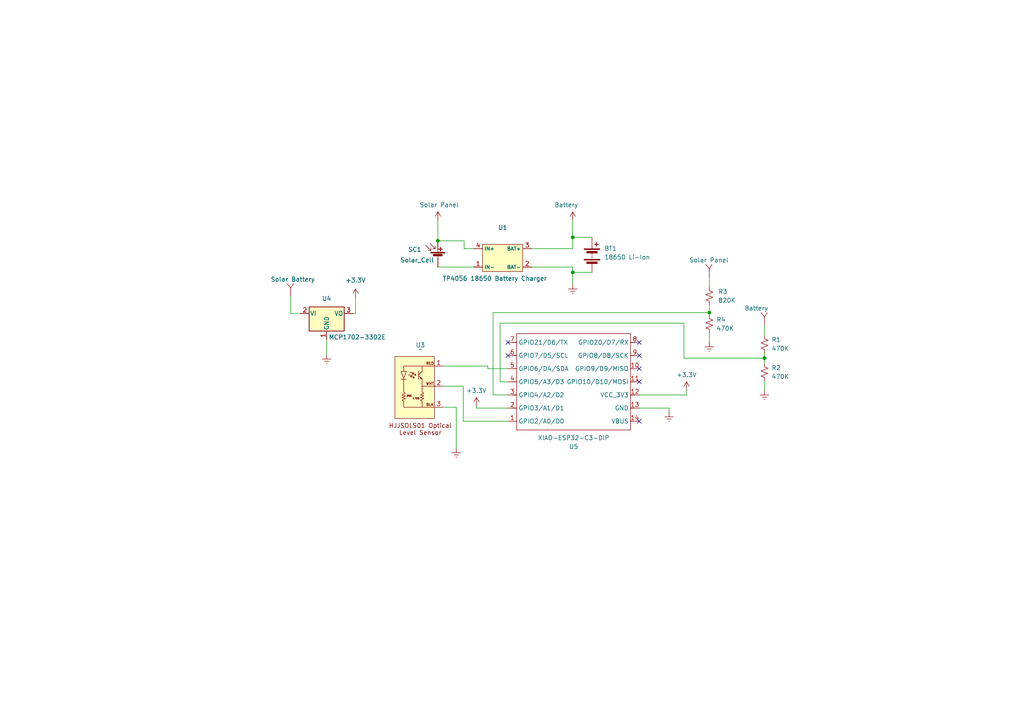
<source format=kicad_sch>
(kicad_sch (version 20231120) (generator "eeschema") (generator_version "8.0")
  (paper "A4")
  (title_block (title "Rain Sensor") (date "2025-10-07") (rev "0.1") (company "David E. Powell"))
  (lib_symbols
    (symbol "+3.3V_1" (power) (pin_names (offset 0))
      (property "Value" "Solar Battery" (at -5.334 4.572 0))
      (symbol "+3.3V_1_0_1"
        (polyline (pts (xy -1.016 3.81) (xy 0 2.54)))
        (polyline (pts (xy 0 0) (xy 0 2.54)))
        (polyline (pts (xy 0 2.54) (xy 0.762 3.81)))
      )
      (symbol "+3.3V_1_1_1"
        (pin power_in line (at 0 0 90) (length 0) hide (name "Solar_Battery") (number "1"))
      )
    )
    (symbol "+3.3V_2" (power) (pin_names (offset 0))
      (property "Value" "Solar Battery" (at -5.334 4.572 0))
      (symbol "+3.3V_2_0_1"
        (polyline (pts (xy -0.762 1.27) (xy 0 2.54)))
        (polyline (pts (xy 0 0) (xy 0 2.54)))
        (polyline (pts (xy 0 2.54) (xy 0.762 1.27)))
      )
      (symbol "+3.3V_2_1_1"
        (pin power_out line (at 0 0 90) (length 0) hide (name "Solar_Battery") (number "1"))
      )
    )
    (symbol "Davids_Symbols:HJJSOLS01_Food_Grade_Optical_Liquid_Level_Sensor"
      (property "Reference" "U" (at -1.778 9.398 0))
      (symbol "HJJSOLS01_Food_Grade_Optical_Liquid_Level_Sensor_0_1"
        (polyline (pts (xy -4.826 1.524) (xy -3.302 1.524)))
        (polyline (pts (xy -4.064 1.524) (xy -4.064 -1.778)))
        (polyline (pts (xy 0.254 3.81) (xy 0.254 1.524)))
        (polyline (pts (xy 1.27 -5.334) (xy 1.27 -6.604)))
        (polyline (pts (xy 1.27 -0.508) (xy 4.826 -0.508)))
        (polyline (pts (xy 1.27 1.524) (xy 1.27 -1.778)))
        (polyline (pts (xy 1.27 3.81) (xy 0.254 2.794)))
        (polyline (pts (xy 1.27 3.81) (xy 1.27 5.334)))
        (polyline (pts (xy -4.064 -5.334) (xy -4.064 -6.604) (xy 4.826 -6.604)))
        (polyline (pts (xy -4.064 3.81) (xy -4.064 5.334) (xy 4.826 5.334)))
        (polyline (pts (xy -4.572 3.81) (xy -3.302 3.81) (xy -4.064 1.778) (xy -4.826 3.81) (xy -4.572 3.81)))
        (polyline (pts (xy 0.254 2.54) (xy 1.27 1.524) (xy 1.016 2.032) (xy 0.762 1.778) (xy 1.27 1.524)))
        (polyline (pts (xy -2.794 2.794) (xy -1.524 2.54) (xy -2.286 2.286) (xy -1.016 2.032) (xy -1.27 2.286) (xy -1.27 2.032) (xy -1.27 1.778) (xy -1.016 2.032)))
        (polyline (pts (xy -2.286 3.556) (xy -1.016 3.302) (xy -1.778 3.048) (xy -0.508 2.794) (xy -0.762 3.048) (xy -0.762 2.794) (xy -0.762 2.54) (xy -0.508 2.794)))
        (polyline (pts (xy -4.064 -1.778) (xy -4.064 -2.286) (xy -3.556 -2.54) (xy -4.572 -3.048) (xy -3.556 -3.302) (xy -4.572 -3.81) (xy -3.556 -4.064) (xy -4.572 -4.572) (xy -4.064 -4.826) (xy -4.064 -5.334)))
        (polyline (pts (xy 1.27 -1.778) (xy 1.27 -2.286) (xy 1.778 -2.54) (xy 0.762 -3.048) (xy 1.778 -3.302) (xy 0.762 -3.81) (xy 1.778 -4.064) (xy 0.762 -4.572) (xy 1.27 -4.826) (xy 1.27 -5.334)))
      )
      (symbol "HJJSOLS01_Food_Grade_Optical_Liquid_Level_Sensor_1_1"
        (rectangle (start -6.604 8.128) (end 4.826 -9.906) (fill (type background)))
        (text "390" (at -2.54 -3.302 0) (effects (font (size 0.508 0.508))))
        (text "4700" (at -0.508 -4.064 0) (effects (font (size 0.508 0.508))))
        (text "BLK" (at 3.556 -5.842 0) (effects (font (size 0.762 0.762))))
        (text "HJJSOLS01 Optical\nLevel Sensor" (at 0.762 -12.954 0) (effects (font (size 1.27 1.27))))
        (text "RED" (at 3.556 6.096 0) (effects (font (size 0.762 0.762))))
        (text "WHT" (at 3.556 0.254 0) (effects (font (size 0.762 0.762))))
        (pin power_in line (at 7.366 5.334 180) (length 2.54) (name "") (number "1"))
        (pin output line (at 7.366 -0.508 180) (length 2.54) (name "") (number "2"))
        (pin power_in line (at 7.366 -6.604 180) (length 2.54) (name "") (number "3"))
      )
    )
    (symbol "Davids_Symbols:TP4056_18650_Charger"
      (property "Reference" "U" (at 0 0 0))
      (symbol "TP4056_18650_Charger_1_1"
        (rectangle (start -5.334 4.064) (end 6.35 -3.81) (fill (type background)))
        (pin power_in line (at -7.874 -2.54 0) (length 2.54) (name "IN-") (number "1"))
        (pin power_out line (at 8.89 -2.54 180) (length 2.54) (name "BAT-") (number "2"))
        (pin power_out line (at 8.89 2.794 180) (length 2.54) (name "BAT+") (number "3"))
        (pin power_in line (at -7.874 2.794 0) (length 2.54) (name "IN+") (number "4"))
      )
    )
    (symbol "Device:Battery" (pin_numbers hide) (pin_names (offset 0) hide)
      (property "Reference" "BT" (at 2.54 2.54 0))
      (property "Value" "Battery" (at 2.54 0 0))
      (symbol "Battery_0_1"
        (rectangle (start -2.286 -1.27) (end 2.286 -1.524) (fill (type outline)))
        (rectangle (start -2.286 1.778) (end 2.286 1.524) (fill (type outline)))
        (rectangle (start -1.524 -2.032) (end 1.524 -2.54) (fill (type outline)))
        (rectangle (start -1.524 1.016) (end 1.524 0.508) (fill (type outline)))
        (polyline (pts (xy 0 -1.016) (xy 0 -0.762)))
        (polyline (pts (xy 0 -0.508) (xy 0 -0.254)))
        (polyline (pts (xy 0 0) (xy 0 0.254)))
        (polyline (pts (xy 0 1.778) (xy 0 2.54)))
        (polyline (pts (xy 0.762 3.048) (xy 1.778 3.048)) (stroke (width 0.254)))
        (polyline (pts (xy 1.27 3.556) (xy 1.27 2.54)) (stroke (width 0.254)))
      )
      (symbol "Battery_1_1"
        (pin passive line (at 0 5.08 270) (length 2.54) (name "+") (number "1"))
        (pin passive line (at 0 -5.08 90) (length 2.54) (name "-") (number "2"))
      )
    )
    (symbol "Device:R_Small_US" (pin_numbers hide) (pin_names (offset 0.254) hide)
      (property "Reference" "R" (at 0.762 0.508 0))
      (property "Value" "R_Small_US" (at 0.762 -1.016 0))
      (symbol "R_Small_US_1_1"
        (polyline (pts (xy 0 0) (xy 1.016 -0.381) (xy 0 -0.762) (xy -1.016 -1.143) (xy 0 -1.524)))
        (polyline (pts (xy 0 1.524) (xy 1.016 1.143) (xy 0 0.762) (xy -1.016 0.381) (xy 0 0)))
        (pin passive line (at 0 2.54 270) (length 1.016) (name "~") (number "1"))
        (pin passive line (at 0 -2.54 90) (length 1.016) (name "~") (number "2"))
      )
    )
    (symbol "Device:Solar_Cell" (pin_numbers hide) (pin_names (offset 0) hide)
      (property "Reference" "SC1" (at -8.636 2.54 0))
      (property "Value" "Solar_Cell" (at -10.922 -0.508 0))
      (symbol "Solar_Cell_0_1"
        (rectangle (start -2.032 1.778) (end 2.032 1.524) (fill (type outline)))
        (rectangle (start -1.3208 1.1938) (end 1.27 0.6858) (fill (type outline)))
        (polyline (pts (xy -2.032 2.286) (xy -3.556 3.81)))
        (polyline (pts (xy -0.762 2.794) (xy -2.286 4.318)))
        (polyline (pts (xy 0 0.762) (xy 0 0)))
        (polyline (pts (xy 0 1.778) (xy 0 2.54)))
        (polyline (pts (xy 0.254 2.667) (xy 1.27 2.667)) (stroke (width 0.254)))
        (polyline (pts (xy 0.762 3.175) (xy 0.762 2.159)) (stroke (width 0.254)))
        (polyline (pts (xy -2.032 3.048) (xy -2.032 2.286) (xy -2.794 2.286)))
        (polyline (pts (xy -0.762 3.556) (xy -0.762 2.794) (xy -1.524 2.794)))
      )
      (symbol "Solar_Cell_1_1"
        (pin power_out line (at 0 5.08 270) (length 2.54) (name "+") (number "1"))
        (pin power_out line (at 0 -2.54 90) (length 2.54) (name "-") (number "2"))
      )
    )
    (symbol "Regulator_Linear:MCP1700x-330xxTO" (pin_names (offset 0.254))
      (property "Reference" "U5" (at 0 -4.064 0))
      (property "Value" "MCP1702-3302E" (at 8.89 6.858 0))
      (symbol "MCP1700x-330xxTO_0_1"
        (rectangle (start -5.08 5.08) (end 5.08 -1.905) (stroke (width 0.254)) (fill (type background)))
      )
      (symbol "MCP1700x-330xxTO_1_1"
        (pin power_out line (at 0 7.62 270) (length 2.54) (name "GND") (number "1"))
        (pin power_in line (at -7.62 0 0) (length 2.54) (name "VI") (number "2"))
        (pin power_out line (at 7.62 0 180) (length 2.54) (name "VO") (number "3"))
      )
    )
    (symbol "Seeed Studio XAIO:XIAO-ESP32-C3-DIP"
      (property "Reference" "U" (at 1.016 2.794 0))
      (property "Value" "XIAO-ESP32-C3-DIP" (at 7.62 1.016 0))
      (symbol "XIAO-ESP32-C3-DIP_1_0"
        (polyline (pts (xy 0 -27.94) (xy 0 -13.97)) (stroke (width 0.1524)))
        (polyline (pts (xy 0 -25.4) (xy -1.27 -25.4)) (stroke (width 0.1524)))
        (polyline (pts (xy 0 -21.59) (xy -1.27 -21.59)) (stroke (width 0.1524)))
        (polyline (pts (xy 0 -17.78) (xy -1.27 -17.78)) (stroke (width 0.1524)))
        (polyline (pts (xy 0 -13.97) (xy -1.27 -13.97)) (stroke (width 0.1524)))
        (polyline (pts (xy 0 -13.97) (xy 0 -10.16)) (stroke (width 0.1524)))
        (polyline (pts (xy 0 -10.16) (xy -1.27 -10.16)) (stroke (width 0.1524)))
        (polyline (pts (xy 0 -10.16) (xy 0 -6.35)) (stroke (width 0.1524)))
        (polyline (pts (xy 0 -6.35) (xy -1.27 -6.35)) (stroke (width 0.1524)))
        (polyline (pts (xy 0 -6.35) (xy 0 -2.54)) (stroke (width 0.1524)))
        (polyline (pts (xy 0 -2.54) (xy -1.27 -2.54)) (stroke (width 0.1524)))
        (polyline (pts (xy 0 -2.54) (xy 0 0)) (stroke (width 0.1524)))
        (polyline (pts (xy 0 0) (xy 33.02 0)) (stroke (width 0.1524)))
        (polyline (pts (xy 33.02 -27.94) (xy 0 -27.94)) (stroke (width 0.1524)))
        (polyline (pts (xy 33.02 -10.16) (xy 33.02 -27.94)) (stroke (width 0.1524)))
        (polyline (pts (xy 33.02 -6.35) (xy 33.02 -10.16)) (stroke (width 0.1524)))
        (polyline (pts (xy 33.02 -2.54) (xy 33.02 -6.35)) (stroke (width 0.1524)))
        (polyline (pts (xy 33.02 0) (xy 33.02 -2.54)) (stroke (width 0.1524)))
        (polyline (pts (xy 34.29 -25.4) (xy 33.02 -25.4)) (stroke (width 0.1524)))
        (polyline (pts (xy 34.29 -21.59) (xy 33.02 -21.59)) (stroke (width 0.1524)))
        (polyline (pts (xy 34.29 -17.78) (xy 33.02 -17.78)) (stroke (width 0.1524)))
        (polyline (pts (xy 34.29 -13.97) (xy 33.02 -13.97)) (stroke (width 0.1524)))
        (polyline (pts (xy 34.29 -10.16) (xy 33.02 -10.16)) (stroke (width 0.1524)))
        (polyline (pts (xy 34.29 -6.35) (xy 33.02 -6.35)) (stroke (width 0.1524)))
        (polyline (pts (xy 34.29 -2.54) (xy 33.02 -2.54)) (stroke (width 0.1524)))
        (pin passive line (at -2.54 -2.54 0) (length 2.54) (name "GPIO2/A0/D0") (number "1"))
        (pin passive line (at 35.56 -17.78 180) (length 2.54) (name "GPIO9/D9/MISO") (number "10"))
        (pin passive line (at 35.56 -13.97 180) (length 2.54) (name "GPIO10/D10/MOSI") (number "11"))
        (pin passive line (at 35.56 -10.16 180) (length 2.54) (name "VCC_3V3") (number "12"))
        (pin passive line (at 35.56 -6.35 180) (length 2.54) (name "GND") (number "13"))
        (pin passive line (at 35.56 -2.54 180) (length 2.54) (name "VBUS") (number "14"))
        (pin passive line (at -2.54 -6.35 0) (length 2.54) (name "GPIO3/A1/D1") (number "2"))
        (pin passive line (at -2.54 -10.16 0) (length 2.54) (name "GPIO4/A2/D2") (number "3"))
        (pin passive line (at -2.54 -13.97 0) (length 2.54) (name "GPIO5/A3/D3") (number "4"))
        (pin passive line (at -2.54 -17.78 0) (length 2.54) (name "GPIO6/D4/SDA") (number "5"))
        (pin passive line (at -2.54 -21.59 0) (length 2.54) (name "GPIO7/D5/SCL") (number "6"))
        (pin passive line (at -2.54 -25.4 0) (length 2.54) (name "GPIO21/D6/TX") (number "7"))
        (pin passive line (at 35.56 -25.4 180) (length 2.54) (name "GPIO20/D7/RX") (number "8"))
        (pin passive line (at 35.56 -21.59 180) (length 2.54) (name "GPIO8/D8/SCK") (number "9"))
      )
    )
    (symbol "power:+3.3V" (power) (pin_names (offset 0))
      (property "Value" "+3.3V" (at 0 3.556 0))
      (symbol "+3.3V_0_1"
        (polyline (pts (xy -0.762 1.27) (xy 0 2.54)))
        (polyline (pts (xy 0 0) (xy 0 2.54)))
        (polyline (pts (xy 0 2.54) (xy 0.762 1.27)))
      )
      (symbol "+3.3V_1_1"
        (pin power_in line (at 0 0 90) (length 0) hide (name "+3.3V") (number "1"))
      )
    )
    (symbol "power:Earth" (power) (pin_names (offset 0))
      (symbol "Earth_0_1"
        (polyline (pts (xy -0.635 -1.905) (xy 0.635 -1.905)))
        (polyline (pts (xy -0.127 -2.54) (xy 0.127 -2.54)))
        (polyline (pts (xy 0 -1.27) (xy 0 0)))
        (polyline (pts (xy 1.27 -1.27) (xy -1.27 -1.27)))
      )
      (symbol "Earth_1_1"
        (pin power_in line (at 0 0 270) (length 0) hide (name "Earth") (number "1"))
      )
    )
  )
  (junction (at 166.116 68.834))
  (junction (at 221.742 103.886))
  (junction (at 205.74 90.678))
  (junction (at 127 69.85))
  (junction (at 166.116 78.994))
  (no_connect (at 147.32 99.314))
  (no_connect (at 147.32 103.124))
  (no_connect (at 185.42 103.124))
  (no_connect (at 185.42 106.934))
  (no_connect (at 185.42 99.314))
  (no_connect (at 185.42 122.174))
  (no_connect (at 185.42 110.744))
  (wire (pts (xy 134.62 69.85) (xy 134.62 72.136)))
  (wire (pts (xy 134.62 72.136) (xy 137.414 72.136)))
  (wire (pts (xy 154.178 77.47) (xy 166.116 77.47)))
  (wire (pts (xy 171.704 78.994) (xy 166.116 78.994)))
  (wire (pts (xy 128.524 118.11) (xy 132.334 118.11)))
  (wire (pts (xy 128.524 106.172) (xy 141.478 106.172)))
  (wire (pts (xy 198.374 103.886) (xy 198.374 93.726)))
  (wire (pts (xy 127 77.47) (xy 137.414 77.47)))
  (wire (pts (xy 198.374 103.886) (xy 221.742 103.886)))
  (wire (pts (xy 134.366 112.014) (xy 134.366 122.174)))
  (wire (pts (xy 171.704 68.834) (xy 166.116 68.834)))
  (wire (pts (xy 132.334 118.11) (xy 132.334 130.048)))
  (wire (pts (xy 154.178 72.136) (xy 166.116 72.136)))
  (wire (pts (xy 143.002 90.678) (xy 205.74 90.678)))
  (wire (pts (xy 103.124 90.932) (xy 103.124 86.36)))
  (wire (pts (xy 94.742 98.552) (xy 94.742 102.87)))
  (wire (pts (xy 143.002 90.678) (xy 143.002 114.554)))
  (wire (pts (xy 199.136 114.554) (xy 199.136 113.284)))
  (wire (pts (xy 141.478 106.172) (xy 141.478 106.934)))
  (wire (pts (xy 221.742 102.362) (xy 221.742 103.886)))
  (wire (pts (xy 166.116 68.834) (xy 166.116 72.136)))
  (wire (pts (xy 166.116 64.008) (xy 166.116 68.834)))
  (wire (pts (xy 205.74 90.678) (xy 205.74 91.44)))
  (wire (pts (xy 134.366 122.174) (xy 147.32 122.174)))
  (wire (pts (xy 84.328 90.932) (xy 84.328 86.106)))
  (wire (pts (xy 102.362 90.932) (xy 103.124 90.932)))
  (wire (pts (xy 205.74 88.392) (xy 205.74 90.678)))
  (wire (pts (xy 198.374 93.726) (xy 145.034 93.726)))
  (wire (pts (xy 205.74 96.52) (xy 205.74 99.314)))
  (wire (pts (xy 221.742 94.488) (xy 221.742 97.282)))
  (wire (pts (xy 194.056 118.364) (xy 194.056 119.634)))
  (wire (pts (xy 205.74 80.518) (xy 205.74 83.312)))
  (wire (pts (xy 141.478 106.934) (xy 147.32 106.934)))
  (wire (pts (xy 127 64.008) (xy 127 69.85)))
  (wire (pts (xy 185.42 114.554) (xy 199.136 114.554)))
  (wire (pts (xy 221.742 110.49) (xy 221.742 113.284)))
  (wire (pts (xy 128.524 112.014) (xy 134.366 112.014)))
  (wire (pts (xy 138.176 118.364) (xy 138.176 117.856)))
  (wire (pts (xy 145.034 110.744) (xy 147.32 110.744)))
  (wire (pts (xy 145.034 93.726) (xy 145.034 110.744)))
  (wire (pts (xy 166.116 78.994) (xy 166.116 82.55)))
  (wire (pts (xy 166.116 78.994) (xy 166.116 77.47)))
  (wire (pts (xy 143.002 114.554) (xy 147.32 114.554)))
  (wire (pts (xy 185.42 118.364) (xy 194.056 118.364)))
  (wire (pts (xy 147.32 118.364) (xy 138.176 118.364)))
  (wire (pts (xy 127 69.85) (xy 134.62 69.85)))
  (wire (pts (xy 221.742 103.886) (xy 221.742 105.41)))
  (wire (pts (xy 87.122 90.932) (xy 84.328 90.932)))
  (symbol (lib_id "Device:R_Small_US") (at 205.74 85.852 0) (unit 1)
    (property "Reference" "R3" (at 208.28 84.5819 0) (effects (justify left)))
    (property "Value" "820K" (at 208.28 87.1219 0) (effects (justify left)))
    (property "Description" "Resistor, small US symbol" (effects (hide yes)))
  )
  (symbol (lib_id "power:Earth") (at 194.056 119.634 0) (unit 1)
    (property "Reference" "#PWR4" (effects (hide yes)))
    (property "Value" "Earth" (effects (hide yes)))
    (property "Description" "Power symbol creates a global label with name \"Earth\"" (effects (hide yes)))
  )
  (symbol (lib_id "power:Earth") (at 166.116 82.55 0) (unit 1)
    (property "Reference" "#PWR2" (effects (hide yes)))
    (property "Value" "Earth" (effects (hide yes)))
    (property "Description" "Power symbol creates a global label with name \"Earth\"" (effects (hide yes)))
  )
  (symbol (lib_id "Regulator_Linear:MCP1700x-330xxTO") (at 94.742 90.932 0) (mirror x) (unit 1)
    (property "Reference" "U4" (at 94.742 86.614 0))
    (property "Value" "MCP1702-3302E" (at 103.632 97.79 0))
    (property "Footprint" "Package_TO_SOT_THT:TO-92_Inline" (effects (hide yes)))
    (property "Datasheet" "http://ww1.microchip.com/downloads/en/DeviceDoc/20001826D.pdf" (effects (hide yes)))
    (property "Description" "250mA Low Quiscent Current LDO, 3.3V output, TO-92" (effects (hide yes)))
  )
  (symbol (lib_id "power:+3.3V") (at 103.124 86.36 0) (unit 1)
    (property "Reference" "#PWR7" (effects (hide yes)))
    (property "Value" "+3.3V" (at 103.124 81.28 0))
    (property "Description" "Power symbol creates a global label with name \"+3.3V\"" (effects (hide yes)))
  )
  (symbol (lib_id "power:Earth") (at 94.742 102.87 0) (unit 1)
    (property "Reference" "#PWR5" (effects (hide yes)))
    (property "Value" "Earth" (effects (hide yes)))
    (property "Description" "Power symbol creates a global label with name \"Earth\"" (effects (hide yes)))
  )
  (symbol (lib_id "Device:R_Small_US") (at 221.742 107.95 0) (unit 1)
    (property "Reference" "R2" (at 223.774 106.6799 0) (effects (justify left)))
    (property "Value" "470K" (at 223.774 109.2199 0) (effects (justify left)))
    (property "Description" "Resistor, small US symbol" (effects (hide yes)))
  )
  (symbol (lib_id "power:+3.3V") (at 138.176 117.856 0) (unit 1)
    (property "Reference" "#PWR3" (effects (hide yes)))
    (property "Value" "+3.3V" (at 138.176 113.284 0))
    (property "Description" "Power symbol creates a global label with name \"+3.3V\"" (effects (hide yes)))
  )
  (symbol (lib_name "+3.3V_2") (lib_id "power:+3.3V") (at 166.116 64.008 0) (unit 1)
    (property "Reference" "#PWR1" (effects (hide yes)))
    (property "Value" "Battery" (at 160.782 59.436 0) (effects (justify left)))
  )
  (symbol (lib_id "Davids_Symbols:TP4056_18650_Charger") (at 145.288 74.93 0) (unit 1)
    (property "Reference" "U1" (at 145.796 66.04 0))
    (property "Value" "TP4056 18650 Battery Charger" (at 143.51 80.772 0))
  )
  (symbol (lib_id "Device:R_Small_US") (at 221.742 99.822 0) (unit 1)
    (property "Reference" "R1" (at 223.774 98.5519 0) (effects (justify left)))
    (property "Value" "470K" (at 223.774 101.0919 0) (effects (justify left)))
    (property "Description" "Resistor, small US symbol" (effects (hide yes)))
  )
  (symbol (lib_id "power:Earth") (at 205.74 99.314 0) (unit 1)
    (property "Reference" "#PWR15" (effects (hide yes)))
    (property "Value" "Earth" (effects (hide yes)))
    (property "Description" "Power symbol creates a global label with name \"Earth\"" (effects (hide yes)))
  )
  (symbol (lib_id "power:+3.3V") (at 199.136 113.284 0) (unit 1)
    (property "Reference" "#PWR9" (effects (hide yes)))
    (property "Value" "+3.3V" (at 199.136 108.712 0))
    (property "Description" "Power symbol creates a global label with name \"+3.3V\"" (effects (hide yes)))
  )
  (symbol (lib_id "Device:Battery") (at 171.704 73.914 0) (unit 1)
    (property "Reference" "BT1" (at 175.26 72.0724 0) (effects (justify left)))
    (property "Value" "18650 Li-Ion" (at 175.26 74.6124 0) (effects (justify left)))
    (property "Description" "Multiple-cell battery" (effects (hide yes)))
  )
  (symbol (lib_name "+3.3V_1") (lib_id "power:+3.3V") (at 221.742 94.488 0) (unit 1)
    (property "Reference" "#PWR10" (effects (hide yes)))
    (property "Value" "Battery" (at 215.9 89.408 0) (effects (justify left)))
  )
  (symbol (lib_name "+3.3V_2") (lib_id "power:+3.3V") (at 127 64.008 0) (unit 1)
    (property "Reference" "#PWR12" (effects (hide yes)))
    (property "Value" "Solar Panel" (at 121.666 59.436 0) (effects (justify left)))
  )
  (symbol (lib_id "Davids_Symbols:HJJSOLS01_Food_Grade_Optical_Liquid_Level_Sensor") (at 121.158 111.506 0) (unit 1)
    (property "Reference" "U3" (at 121.92 100.076 0))
    (property "Value" "~" (at 121.92 101.346 0))
  )
  (symbol (lib_name "+3.3V_1") (lib_id "power:+3.3V") (at 84.328 86.106 0) (unit 1)
    (property "Reference" "#PWR8" (effects (hide yes)))
    (property "Value" "Solar Battery" (at 78.486 81.026 0) (effects (justify left)))
  )
  (symbol (lib_name "+3.3V_1") (lib_id "power:+3.3V") (at 205.74 80.518 0) (unit 1)
    (property "Reference" "#PWR14" (effects (hide yes)))
    (property "Value" "Solar Panel" (at 199.898 75.438 0) (effects (justify left)))
  )
  (symbol (lib_id "Seeed Studio XAIO:XIAO-ESP32-C3-DIP") (at 149.86 124.714 0) (mirror x) (unit 1)
    (property "Reference" "U5" (at 166.37 129.54 0))
    (property "Value" "XIAO-ESP32-C3-DIP" (at 166.37 127 0))
    (property "Footprint" "Module:MOUDLE14P-XIAO-DIP-SMD" (effects (hide yes)))
  )
  (symbol (lib_id "power:Earth") (at 132.334 130.048 0) (unit 1)
    (property "Reference" "#PWR6" (effects (hide yes)))
    (property "Value" "Earth" (effects (hide yes)))
    (property "Description" "Power symbol creates a global label with name \"Earth\"" (effects (hide yes)))
  )
  (symbol (lib_id "Device:Solar_Cell") (at 127 74.93 0) (unit 1)
    (property "Reference" "SC1" (at 118.364 72.39 0) (effects (justify left)))
    (property "Value" "Solar_Cell" (at 116.078 75.438 0) (effects (justify left)))
    (property "Description" "Single solar cell" (effects (hide yes)))
  )
  (symbol (lib_id "Device:R_Small_US") (at 205.74 93.98 0) (unit 1)
    (property "Reference" "R4" (at 207.772 92.7099 0) (effects (justify left)))
    (property "Value" "470K" (at 207.772 95.2499 0) (effects (justify left)))
    (property "Description" "Resistor, small US symbol" (effects (hide yes)))
  )
  (symbol (lib_id "power:Earth") (at 221.742 113.284 0) (unit 1)
    (property "Reference" "#PWR11" (effects (hide yes)))
    (property "Value" "Earth" (effects (hide yes)))
    (property "Description" "Power symbol creates a global label with name \"Earth\"" (effects (hide yes)))
  )
)
</source>
